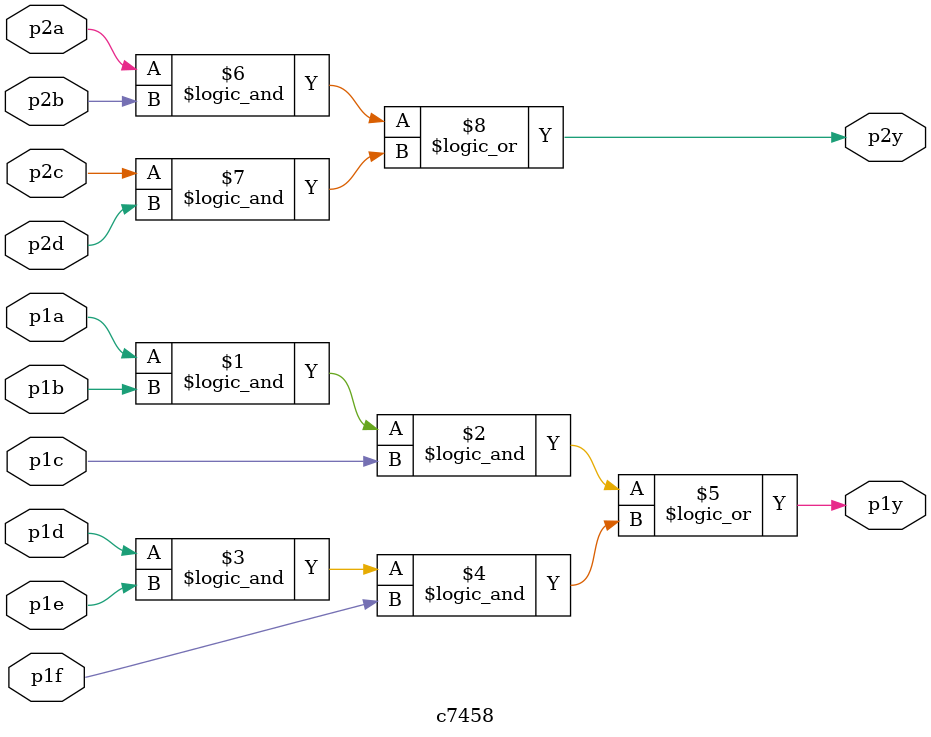
<source format=v>
`resetall
`timescale 1ns / 1ps
`default_nettype none

module c7458 ( 
    input  wire p1a,
    input  wire p1b,
    input  wire p1c,
    input  wire p1d,
    input  wire p1e,
    input  wire p1f,
    output wire p1y,

    input  wire p2a,
    input  wire p2b,
    input  wire p2c,
    input  wire p2d,
    output wire p2y
);

    assign p1y = (p1a && p1b && p1c) || (p1d && p1e && p1f);
    assign p2y = (p2a && p2b) || (p2c && p2d);

endmodule
</source>
